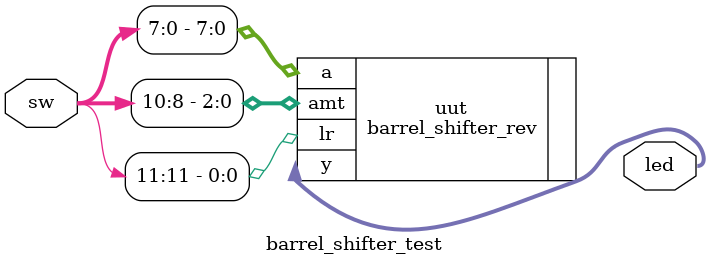
<source format=v>

module barrel_shifter_test
    (
    input  wire[11:0] sw,
    output wire[7:0]  led
    );
    
    // bit width and exponent
    localparam N = 32;
    localparam M = 5;

    // instance of barrel shifter
    barrel_shifter_rev #(.N(N), .M(M)) uut
        (.a(sw[7:0]), .amt(sw[10:8]), .lr(sw[11]), .y(led));

endmodule

</source>
